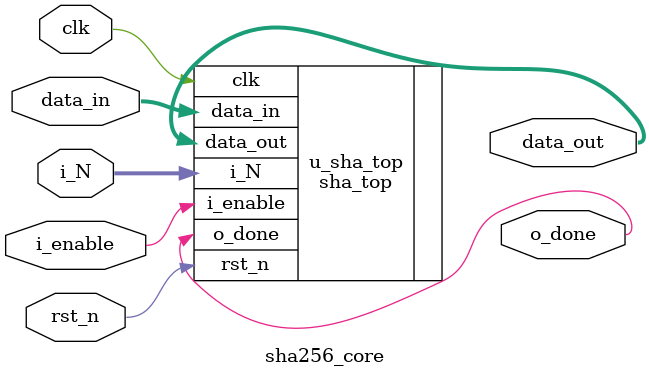
<source format=v>
module sha256_core (
    input wire clk,             // Clock
    input wire rst_n,          // Active-low reset
    input wire i_enable,       // Start hashing process for a new message
    input wire [511:0] data_in, // Input data block (512 bits)
    input wire [7:0] i_N,      // Total number of blocks to process (N)

    output wire o_done,         // Hashing process for the current message is complete
    output wire [255:0] data_out // Final 256-bit hash output
);
    sha_top u_sha_top (
            .clk,
            .rst_n,
            .i_enable,
            .data_in,
            .i_N,
            .o_done,
            .data_out
        );
endmodule



</source>
